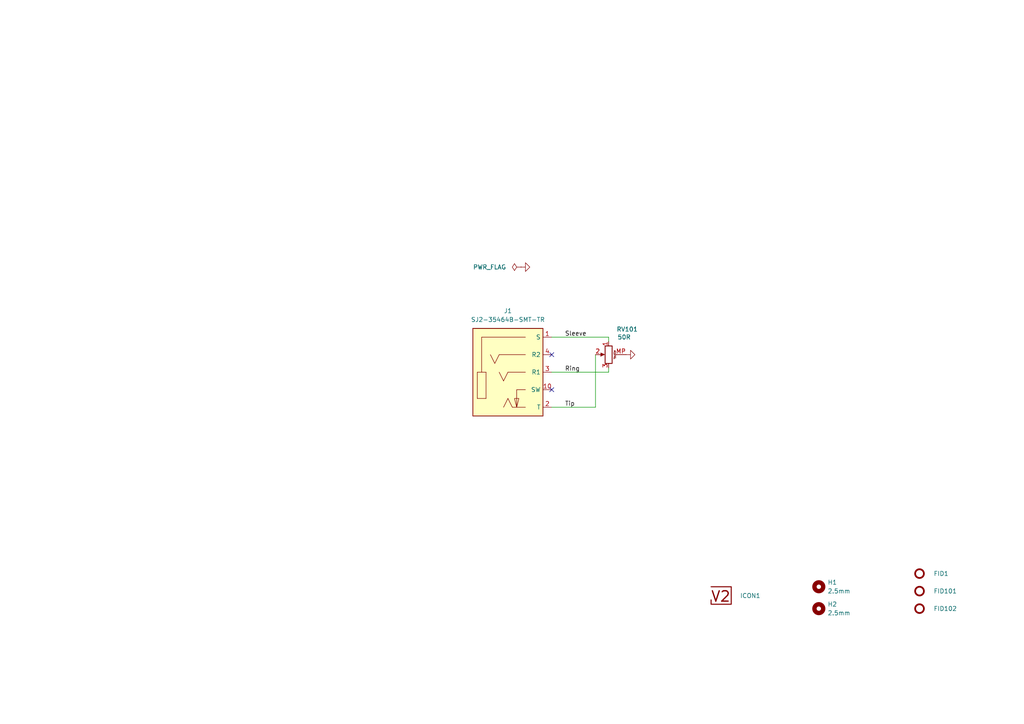
<source format=kicad_sch>
(kicad_sch (version 20250114) (generator "eeschema") (generator_version "9.0")
  (paper "A4")
  (title_block (title "knob") (date "2024-07-19") (company "Versio Duo"))
  (lib_symbols
    (symbol "V2_Artwork:V2-logo" (in_bom no)
      (property "Reference" "ICON" (at -3.302 3.81 0))
      (symbol "V2-logo_1_0"
        (polyline (pts (xy -3.302 2.54) (xy 2.54 2.54) (xy 2.54 -2.54) (xy -3.302 -2.54) (xy -3.302 -1.27)) (stroke (width 0.3)))
      )
      (symbol "V2-logo_1_1"
        (text "V2" (at -0.508 -0.254 0) (effects (font (size 3 3) (thickness 0.375))))
      )
    )
    (symbol "V2_Connector_Audio:SJ2-35464B-SMT-TR" (pin_names (offset 0.635))
      (property "Reference" "J" (at -10.1854 17.8054 0))
      (property "Value" "SJ2-35464B-SMT-TR" (at -10.16 15.24 0))
      (symbol "SJ2-35464B-SMT-TR_0_0"
        (rectangle (start -10.16 12.7) (end 10.16 -12.7) (stroke (width 0.254)) (fill (type background)))
        (polyline (pts (xy -8.89 0) (xy -8.89 -7.62)) (stroke (width 0.1524)))
        (polyline (pts (xy -8.89 -7.62) (xy -6.35 -7.62)) (stroke (width 0.1524)))
        (polyline (pts (xy -7.62 10.16) (xy -7.62 0)) (stroke (width 0.1524)))
        (polyline (pts (xy -7.62 0) (xy -8.89 0)) (stroke (width 0.1524)))
        (polyline (pts (xy -6.35 0) (xy -7.62 0)) (stroke (width 0.1524)))
        (polyline (pts (xy -6.35 -7.62) (xy -6.35 0)) (stroke (width 0.1524)))
        (polyline (pts (xy -3.81 2.54) (xy -5.08 5.08)) (stroke (width 0.1524)))
        (polyline (pts (xy -2.54 5.08) (xy -3.81 2.54)) (stroke (width 0.1524)))
        (polyline (pts (xy -1.27 -2.54) (xy -2.54 0)) (stroke (width 0.1524)))
        (polyline (pts (xy 0 0) (xy -1.27 -2.54)) (stroke (width 0.1524)))
        (polyline (pts (xy 0 -7.62) (xy -1.27 -10.16)) (stroke (width 0.1524)))
        (polyline (pts (xy 1.27 -10.16) (xy 0 -7.62)) (stroke (width 0.1524)))
        (polyline (pts (xy 2.54 -5.08) (xy 2.54 -10.16)) (stroke (width 0.1524)))
        (polyline (pts (xy 2.54 -10.16) (xy 1.27 -10.16)) (stroke (width 0.1524)))
        (polyline (pts (xy 2.54 -10.16) (xy 1.905 -7.62) (xy 3.175 -7.62) (xy 2.54 -10.16)) (stroke (width 0.1524)) (fill (type background)))
        (polyline (pts (xy 5.08 10.16) (xy -7.62 10.16)) (stroke (width 0.1524)))
        (polyline (pts (xy 5.08 5.08) (xy -2.54 5.08)) (stroke (width 0.1524)))
        (polyline (pts (xy 5.08 0) (xy 0 0)) (stroke (width 0.1524)))
        (polyline (pts (xy 5.08 -5.08) (xy 2.54 -5.08)) (stroke (width 0.1524)))
        (polyline (pts (xy 5.08 -10.16) (xy 2.54 -10.16)) (stroke (width 0.1524)))
      )
      (symbol "SJ2-35464B-SMT-TR_1_0"
        (pin passive line (at 12.7 10.16 180) (length 2.54) (name "S") (number "1"))
        (pin passive line (at 12.7 5.08 180) (length 2.54) (name "R2") (number "4"))
        (pin passive line (at 12.7 0 180) (length 2.54) (name "R1") (number "3"))
        (pin passive line (at 12.7 -5.08 180) (length 2.54) (name "SW") (number "10"))
        (pin passive line (at 12.7 -10.16 180) (length 2.54) (name "T") (number "2"))
      )
    )
    (symbol "V2_Mechanical:Fiducial_Paste" (in_bom no)
      (property "Reference" "FID" (at 5.08 0 0))
      (symbol "Fiducial_Paste_0_1"
        (circle (center 0 0) (radius 1.27) (stroke (width 0.508)))
      )
    )
    (symbol "V2_Mechanical:MountingHole_2.5mm" (pin_names (offset 1.016)) (in_bom no)
      (property "Reference" "H" (at 0 5.08 0))
      (property "Value" "2.5mm" (at 0 3.175 0))
      (symbol "MountingHole_2.5mm_0_1"
        (circle (center 0 0) (radius 1.27) (stroke (width 1.27)))
      )
    )
    (symbol "V2_Potentiometer:MountingPin_50R" (pin_names (offset 1.016) (hide yes))
      (property "Reference" "RV" (at 2.54 -3.048 0))
      (property "Value" "50R" (at 2.54 -5.08 0))
      (symbol "MountingPin_50R_0_1"
        (rectangle (start 1.016 2.54) (end -1.016 -2.54) (stroke (width 0.254)))
        (polyline (pts (xy 1.143 0) (xy 2.286 0.508) (xy 2.286 -0.508)) (fill (type outline)))
        (polyline (pts (xy 2.54 0) (xy 1.524 0)))
      )
      (symbol "MountingPin_50R_1_1"
        (polyline (pts (xy -2.032 1.016) (xy -2.032 -1.016)) (stroke (width 0.1524)))
        (text "Mounting" (at -1.651 0 900) (effects (font (size 0.381 0.381))))
        (pin passive line (at -5.08 0 0) (length 3.048) (name "MountPin") (number "MP"))
        (pin passive line (at 0 3.81 270) (length 1.27) (name "1") (number "1"))
        (pin passive line (at 0 -3.81 90) (length 1.27) (name "3") (number "3"))
        (pin no_connect line (at 0 -15.24 0) (length 2.54) (hide yes) (name "SW1") (number "4"))
        (pin no_connect line (at 0 -17.78 0) (length 2.54) (hide yes) (name "") (number "5"))
        (pin passive line (at 3.81 0 180) (length 1.27) (name "2") (number "2"))
      )
    )
    (symbol "V2_power:GND" (power) (pin_numbers (hide yes)) (pin_names (offset 0) (hide yes))
      (symbol "GND_0_1"
        (polyline (pts (xy 0 0) (xy 0 -1.27) (xy 1.27 -1.27) (xy 0 -2.54) (xy -1.27 -1.27) (xy 0 -1.27)))
      )
      (symbol "GND_1_1"
        (pin power_in line (at 0 0 270) (length 0) (name "~") (number "1"))
      )
    )
    (symbol "V2_power:PWR_FLAG" (power) (pin_numbers (hide yes)) (pin_names (offset 0) (hide yes))
      (property "Value" "PWR_FLAG" (at -8.89 0 0))
      (symbol "PWR_FLAG_0_0"
        (pin power_out line (at 0 0 180) (length 0) (name "~") (number "1"))
      )
      (symbol "PWR_FLAG_0_1"
        (polyline (pts (xy 0 0) (xy -1.27 0) (xy -1.905 -1.016) (xy -2.54 0) (xy -1.905 1.016) (xy -1.27 0)))
      )
    )
  )
  (no_connect (at 160.02 113.03))
  (no_connect (at 160.02 102.87))
  (wire (pts (xy 160.02 107.95) (xy 176.53 107.95)))
  (wire (pts (xy 176.53 106.68) (xy 176.53 107.95)))
  (wire (pts (xy 160.02 97.79) (xy 176.53 97.79)))
  (wire (pts (xy 172.72 118.11) (xy 160.02 118.11)))
  (wire (pts (xy 176.53 97.79) (xy 176.53 99.06)))
  (wire (pts (xy 172.72 102.87) (xy 172.72 118.11)))
  (label "Ring" (at 163.83 107.95 0))
  (label "Tip" (at 163.83 118.11 0))
  (label "Sleeve" (at 163.83 97.79 0))
  (symbol (lib_id "V2_Mechanical:MountingHole_2.5mm") (at 237.49 170.18 0) (unit 1) (in_bom no)
    (property "Reference" "H1" (at 240.03 168.9099 0) (effects (justify left)))
    (property "Value" "2.5mm" (at 240.03 171.4499 0) (effects (justify left)))
    (property "Footprint" "V2_Mechanical:MountingHole_2.5mm" (effects (hide yes)))
    (property "Description" "Mounting Hole without connection" (effects (hide yes)))
  )
  (symbol (lib_id "V2_Mechanical:Fiducial_Paste") (at 266.7 176.53 0) (unit 1) (in_bom no)
    (property "Reference" "FID102" (at 270.764 176.53 0) (effects (justify left)))
    (property "Value" "Fiducial_Paste" (effects (hide yes)))
    (property "Footprint" "V2_Fiducial:Fiducial_0.5mm_Mask1mm_Paste" (effects (hide yes)))
    (property "Description" "Fiducial Marker" (effects (hide yes)))
  )
  (symbol (lib_id "V2_power:PWR_FLAG") (at 151.13 77.47 0) (unit 1)
    (property "Reference" "#FLG101" (effects (hide yes)))
    (property "Value" "PWR_FLAG" (at 141.986 77.47 0))
    (property "Description" "Special symbol for telling ERC where power comes from" (effects (hide yes)))
  )
  (symbol (lib_id "V2_Potentiometer:MountingPin_50R") (at 176.53 102.87 0) (mirror y) (unit 1)
    (property "Reference" "RV101" (at 178.816 95.504 0) (effects (justify right)))
    (property "Value" "50R" (at 179.07 97.79 0) (effects (justify right)))
    (property "Footprint" "V2_Potentiometer:ALPS-RK1191114001" (effects (hide yes)))
    (property "Description" "Potentiometer with a mounting pin" (effects (hide yes)))
    (property "Sim.Device" "R" (effects (hide yes)))
    (property "Sim.Type" "POT" (effects (hide yes)))
    (property "Sim.Pins" "1=r0 2=wiper 3=r1" (effects (hide yes)))
  )
  (symbol (lib_id "V2_Mechanical:Fiducial_Paste") (at 266.7 166.37 0) (unit 1) (in_bom no)
    (property "Reference" "FID1" (at 270.764 166.37 0) (effects (justify left)))
    (property "Value" "Fiducial_Paste" (effects (hide yes)))
    (property "Footprint" "V2_Fiducial:Fiducial_0.5mm_Mask1mm_Paste" (effects (hide yes)))
    (property "Description" "Fiducial Marker" (effects (hide yes)))
  )
  (symbol (lib_id "V2_Mechanical:MountingHole_2.5mm") (at 237.49 176.53 0) (unit 1) (in_bom no)
    (property "Reference" "H2" (at 240.03 175.2599 0) (effects (justify left)))
    (property "Value" "2.5mm" (at 240.03 177.7999 0) (effects (justify left)))
    (property "Footprint" "V2_Mechanical:MountingHole_2.5mm" (effects (hide yes)))
    (property "Description" "Mounting Hole without connection" (effects (hide yes)))
  )
  (symbol (lib_id "V2_Connector_Audio:SJ2-35464B-SMT-TR") (at 147.32 107.95 0) (unit 1)
    (property "Reference" "J1" (at 147.32 90.17 0))
    (property "Value" "SJ2-35464B-SMT-TR" (at 147.32 92.71 0))
    (property "Footprint" "V2_Connector_Audio:CUI_SJ2-35464B-SMT-TR" (effects (hide yes)))
    (property "Mouser" "490-SJ2-35464BSMT-TR" (effects (hide yes)))
    (property "Product" "SJ2-35464B-SMT-TR" (effects (hide yes)))
    (property "Manufacturer" "Same Sky" (effects (hide yes)))
  )
  (symbol (lib_id "V2_power:GND") (at 181.61 102.87 90) (unit 1)
    (property "Reference" "#PWR101" (effects (hide yes)))
    (property "Value" "GND" (effects (hide yes)))
  )
  (symbol (lib_id "V2_Artwork:V2-logo") (at 209.55 172.72 0) (unit 1) (in_bom no)
    (property "Reference" "ICON1" (at 214.63 172.7841 0) (effects (justify left)))
    (property "Value" "V2-logo" (effects (hide yes)))
    (property "Footprint" "V2_Artwork:Logo_Small" (effects (hide yes)))
  )
  (symbol (lib_id "V2_Mechanical:Fiducial_Paste") (at 266.7 171.45 0) (unit 1) (in_bom no)
    (property "Reference" "FID101" (at 270.764 171.45 0) (effects (justify left)))
    (property "Value" "Fiducial_Paste" (effects (hide yes)))
    (property "Footprint" "V2_Fiducial:Fiducial_0.5mm_Mask1mm_Paste" (effects (hide yes)))
    (property "Description" "Fiducial Marker" (effects (hide yes)))
  )
  (symbol (lib_id "V2_power:GND") (at 151.13 77.47 90) (unit 1)
    (property "Reference" "#PWR102" (effects (hide yes)))
    (property "Value" "GND" (effects (hide yes)))
  )
)
</source>
